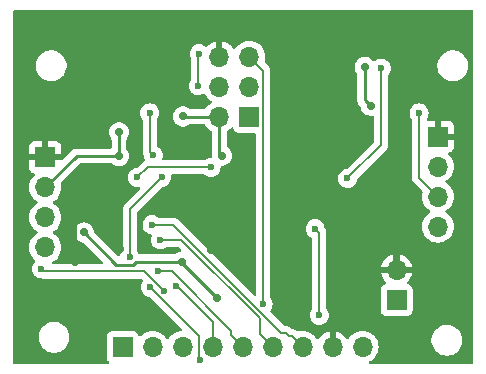
<source format=gbl>
%TF.GenerationSoftware,KiCad,Pcbnew,8.0.8*%
%TF.CreationDate,2025-03-21T07:08:08+05:30*%
%TF.ProjectId,project2_MCU_datalogger,70726f6a-6563-4743-925f-4d43555f6461,1.0*%
%TF.SameCoordinates,Original*%
%TF.FileFunction,Copper,L2,Bot*%
%TF.FilePolarity,Positive*%
%FSLAX46Y46*%
G04 Gerber Fmt 4.6, Leading zero omitted, Abs format (unit mm)*
G04 Created by KiCad (PCBNEW 8.0.8) date 2025-03-21 07:08:08*
%MOMM*%
%LPD*%
G01*
G04 APERTURE LIST*
%TA.AperFunction,ComponentPad*%
%ADD10R,1.700000X1.700000*%
%TD*%
%TA.AperFunction,ComponentPad*%
%ADD11O,1.700000X1.700000*%
%TD*%
%TA.AperFunction,ViaPad*%
%ADD12C,0.700000*%
%TD*%
%TA.AperFunction,ViaPad*%
%ADD13C,0.600000*%
%TD*%
%TA.AperFunction,Conductor*%
%ADD14C,0.250000*%
%TD*%
%TA.AperFunction,Conductor*%
%ADD15C,0.200000*%
%TD*%
G04 APERTURE END LIST*
D10*
%TO.P,J3,1,Pin_1*%
%TO.N,/D2*%
X34300000Y-46000000D03*
D11*
%TO.P,J3,2,Pin_2*%
%TO.N,/D3*%
X36840000Y-46000000D03*
%TO.P,J3,3,Pin_3*%
%TO.N,/D4*%
X39380000Y-46000000D03*
%TO.P,J3,4,Pin_4*%
%TO.N,/D5*%
X41920000Y-46000000D03*
%TO.P,J3,5,Pin_5*%
%TO.N,/D6*%
X44460000Y-46000000D03*
%TO.P,J3,6,Pin_6*%
%TO.N,/D7*%
X47000000Y-46000000D03*
%TO.P,J3,7,Pin_7*%
%TO.N,/D8*%
X49540000Y-46000000D03*
%TO.P,J3,8,Pin_8*%
%TO.N,GND*%
X52080000Y-46000000D03*
%TO.P,J3,9,Pin_9*%
%TO.N,/VCC*%
X54620000Y-46000000D03*
%TD*%
D10*
%TO.P,J4,1,Pin_1*%
%TO.N,/MISO*%
X45025000Y-26525000D03*
D11*
%TO.P,J4,2,Pin_2*%
%TO.N,/VCC*%
X42485000Y-26525000D03*
%TO.P,J4,3,Pin_3*%
%TO.N,/SCK*%
X45025000Y-23985000D03*
%TO.P,J4,4,Pin_4*%
%TO.N,/MOSI*%
X42485000Y-23985000D03*
%TO.P,J4,5,Pin_5*%
%TO.N,/RESET*%
X45025000Y-21445000D03*
%TO.P,J4,6,Pin_6*%
%TO.N,GND*%
X42485000Y-21445000D03*
%TD*%
D10*
%TO.P,BT1,1,+*%
%TO.N,/VCC*%
X57500000Y-42025000D03*
D11*
%TO.P,BT1,2,-*%
%TO.N,GND*%
X57500000Y-39485000D03*
%TD*%
D10*
%TO.P,J1,1,Pin_1*%
%TO.N,GND*%
X61000000Y-28200000D03*
D11*
%TO.P,J1,2,Pin_2*%
%TO.N,/VCC*%
X61000000Y-30740000D03*
%TO.P,J1,3,Pin_3*%
%TO.N,/SDA*%
X61000000Y-33280000D03*
%TO.P,J1,4,Pin_4*%
%TO.N,/SCK*%
X61000000Y-35820000D03*
%TD*%
D10*
%TO.P,J2,1,Pin_1*%
%TO.N,GND*%
X27750000Y-29960000D03*
D11*
%TO.P,J2,2,Pin_2*%
%TO.N,/VCC*%
X27750000Y-32500000D03*
%TO.P,J2,3,Pin_3*%
%TO.N,/RX*%
X27750000Y-35040000D03*
%TO.P,J2,4,Pin_4*%
%TO.N,/TX*%
X27750000Y-37580000D03*
%TD*%
D12*
%TO.N,GND*%
X30300000Y-38800000D03*
X34083328Y-37716672D03*
X30300000Y-32200000D03*
X58166000Y-29464000D03*
X41800000Y-34500000D03*
X41745468Y-37770419D03*
X30500000Y-24400000D03*
%TO.N,/VCC*%
X55300000Y-25600000D03*
X34000000Y-29840000D03*
X54800000Y-22300000D03*
X42300000Y-41895437D03*
X31025000Y-36322000D03*
X42719975Y-29819975D03*
X33985200Y-27845000D03*
X39400000Y-26500000D03*
X39308000Y-38800000D03*
D13*
%TO.N,/SCK*%
X36900000Y-29790000D03*
X36600000Y-26200000D03*
%TO.N,Net-(D2-K)*%
X50600000Y-36000000D03*
X50952298Y-43339798D03*
%TO.N,/SDA*%
X34900000Y-38400000D03*
X40700000Y-23900000D03*
X37600000Y-31655000D03*
X40800000Y-21190000D03*
X59400000Y-26200000D03*
%TO.N,/TX*%
X37800000Y-41270000D03*
X27400000Y-39400000D03*
%TO.N,/D8*%
X36795000Y-35661600D03*
%TO.N,/D6*%
X37338000Y-39624000D03*
%TO.N,/D5*%
X38862000Y-40894000D03*
%TO.N,/D7*%
X37500000Y-36922000D03*
%TO.N,/MISO*%
X41800000Y-30800000D03*
X35556317Y-31656317D03*
%TO.N,/RESET*%
X46200000Y-42400000D03*
X36640735Y-40959265D03*
X40894000Y-47150000D03*
%TO.N,Net-(U3-SQW{slash}~INT)*%
X53340000Y-31750000D03*
X56200000Y-22400000D03*
%TD*%
D14*
%TO.N,GND*%
X30500000Y-24400000D02*
X30516000Y-24384000D01*
X57250000Y-32104000D02*
X57250000Y-39235000D01*
X57250000Y-39235000D02*
X57500000Y-39485000D01*
X58166000Y-31188000D02*
X57250000Y-32104000D01*
X41745468Y-37770419D02*
X41800000Y-37715887D01*
X58166000Y-29464000D02*
X58166000Y-31188000D01*
X30300000Y-38800000D02*
X30300000Y-32200000D01*
X41800000Y-37715887D02*
X41800000Y-34500000D01*
%TO.N,/VCC*%
X42485000Y-29585000D02*
X42485000Y-26525000D01*
X42300000Y-41895437D02*
X39308000Y-38903437D01*
X39400000Y-26500000D02*
X39425000Y-26525000D01*
X35454595Y-38800000D02*
X35179595Y-39075000D01*
X54800000Y-22300000D02*
X54800000Y-25100000D01*
X42719975Y-29819975D02*
X42485000Y-29585000D01*
X33778000Y-39075000D02*
X31025000Y-36322000D01*
X39308000Y-38800000D02*
X35454595Y-38800000D01*
X39308000Y-38903437D02*
X39308000Y-38800000D01*
X35179595Y-39075000D02*
X33778000Y-39075000D01*
X54800000Y-25100000D02*
X55300000Y-25600000D01*
X39425000Y-26525000D02*
X42485000Y-26525000D01*
X30410000Y-29840000D02*
X34000000Y-29840000D01*
X34000000Y-27859800D02*
X33985200Y-27845000D01*
X34000000Y-29840000D02*
X34000000Y-27859800D01*
X27750000Y-32500000D02*
X30410000Y-29840000D01*
D15*
%TO.N,/SCK*%
X36600000Y-26200000D02*
X36600000Y-29490000D01*
X36600000Y-29490000D02*
X36900000Y-29790000D01*
%TO.N,Net-(D2-K)*%
X50952298Y-36352298D02*
X50600000Y-36000000D01*
X50952298Y-43339798D02*
X50952298Y-36352298D01*
%TO.N,/SDA*%
X59400000Y-31680000D02*
X61000000Y-33280000D01*
X34900000Y-38400000D02*
X34900000Y-34355000D01*
X40800000Y-21190000D02*
X40700000Y-21290000D01*
X34900000Y-34355000D02*
X37600000Y-31655000D01*
X40700000Y-21290000D02*
X40700000Y-23900000D01*
X59400000Y-26200000D02*
X59400000Y-31680000D01*
%TO.N,/TX*%
X36154000Y-39624000D02*
X37800000Y-41270000D01*
X27400000Y-39400000D02*
X27624000Y-39624000D01*
X27624000Y-39624000D02*
X36154000Y-39624000D01*
%TO.N,/D8*%
X47750800Y-44855200D02*
X48155200Y-44855200D01*
X48155200Y-44855200D02*
X48400000Y-45100000D01*
X38557200Y-35661600D02*
X47750800Y-44855200D01*
X48640000Y-45100000D02*
X49540000Y-46000000D01*
X36795000Y-35661600D02*
X38557200Y-35661600D01*
X48400000Y-45100000D02*
X48640000Y-45100000D01*
%TO.N,/D6*%
X43500000Y-45040000D02*
X44460000Y-46000000D01*
X43500000Y-44621471D02*
X43500000Y-45040000D01*
X37338000Y-39624000D02*
X38440529Y-39624000D01*
X38440529Y-39624000D02*
X43500000Y-44683471D01*
X43500000Y-44683471D02*
X43500000Y-44621471D01*
X37338000Y-39624000D02*
X38502529Y-39624000D01*
%TO.N,/D5*%
X38862000Y-40894000D02*
X38924000Y-40894000D01*
X38924000Y-40894000D02*
X41920000Y-43890000D01*
X41920000Y-43890000D02*
X41920000Y-46000000D01*
%TO.N,/D7*%
X45900000Y-44900000D02*
X47000000Y-46000000D01*
X39251914Y-36922000D02*
X45900000Y-43570086D01*
X37500000Y-36922000D02*
X39251914Y-36922000D01*
X45900000Y-43570086D02*
X45900000Y-44900000D01*
%TO.N,/MISO*%
X41800000Y-30800000D02*
X36412634Y-30800000D01*
X36412634Y-30800000D02*
X35556317Y-31656317D01*
%TO.N,/RESET*%
X46200000Y-42400000D02*
X46200000Y-22620000D01*
X46200000Y-22620000D02*
X45025000Y-21445000D01*
X40894000Y-47150000D02*
X40770000Y-47026000D01*
X40770000Y-47026000D02*
X40770000Y-45088530D01*
X40770000Y-45088530D02*
X36576000Y-40894530D01*
%TO.N,Net-(U3-SQW{slash}~INT)*%
X56200000Y-28890000D02*
X53340000Y-31750000D01*
X56200000Y-22400000D02*
X56200000Y-28890000D01*
%TD*%
%TA.AperFunction,Conductor*%
%TO.N,GND*%
G36*
X63943039Y-17519685D02*
G01*
X63988794Y-17572489D01*
X64000000Y-17624000D01*
X64000000Y-47325500D01*
X63980315Y-47392539D01*
X63927511Y-47438294D01*
X63876000Y-47449500D01*
X55266421Y-47449500D01*
X55199382Y-47429815D01*
X55153627Y-47377011D01*
X55143683Y-47307853D01*
X55172708Y-47244297D01*
X55214016Y-47213118D01*
X55297830Y-47174035D01*
X55491401Y-47038495D01*
X55658495Y-46871401D01*
X55794035Y-46677830D01*
X55893903Y-46463663D01*
X55955063Y-46235408D01*
X55975659Y-46000000D01*
X55955063Y-45764592D01*
X55893903Y-45536337D01*
X55805915Y-45347648D01*
X60449500Y-45347648D01*
X60449500Y-45552351D01*
X60481522Y-45754534D01*
X60544781Y-45949223D01*
X60637715Y-46131613D01*
X60758028Y-46297213D01*
X60902786Y-46441971D01*
X61057749Y-46554556D01*
X61068390Y-46562287D01*
X61184607Y-46621503D01*
X61250776Y-46655218D01*
X61250778Y-46655218D01*
X61250781Y-46655220D01*
X61320380Y-46677834D01*
X61445465Y-46718477D01*
X61546557Y-46734488D01*
X61647648Y-46750500D01*
X61647649Y-46750500D01*
X61852351Y-46750500D01*
X61852352Y-46750500D01*
X62054534Y-46718477D01*
X62249219Y-46655220D01*
X62431610Y-46562287D01*
X62524590Y-46494732D01*
X62597213Y-46441971D01*
X62597215Y-46441968D01*
X62597219Y-46441966D01*
X62741966Y-46297219D01*
X62741968Y-46297215D01*
X62741971Y-46297213D01*
X62817690Y-46192993D01*
X62862287Y-46131610D01*
X62955220Y-45949219D01*
X63018477Y-45754534D01*
X63050500Y-45552352D01*
X63050500Y-45347648D01*
X63018477Y-45145466D01*
X63007580Y-45111930D01*
X62983910Y-45039081D01*
X62955220Y-44950781D01*
X62955218Y-44950778D01*
X62955218Y-44950776D01*
X62921503Y-44884607D01*
X62862287Y-44768390D01*
X62854556Y-44757749D01*
X62741971Y-44602786D01*
X62597213Y-44458028D01*
X62431613Y-44337715D01*
X62431612Y-44337714D01*
X62431610Y-44337713D01*
X62349002Y-44295622D01*
X62249223Y-44244781D01*
X62054534Y-44181522D01*
X61879995Y-44153878D01*
X61852352Y-44149500D01*
X61647648Y-44149500D01*
X61623329Y-44153351D01*
X61445465Y-44181522D01*
X61250776Y-44244781D01*
X61068386Y-44337715D01*
X60902786Y-44458028D01*
X60758028Y-44602786D01*
X60637715Y-44768386D01*
X60544781Y-44950776D01*
X60481522Y-45145465D01*
X60449500Y-45347648D01*
X55805915Y-45347648D01*
X55794035Y-45322171D01*
X55788731Y-45314595D01*
X55658494Y-45128597D01*
X55491402Y-44961506D01*
X55491395Y-44961501D01*
X55490592Y-44960939D01*
X55414518Y-44907671D01*
X55297834Y-44825967D01*
X55297830Y-44825965D01*
X55242965Y-44800381D01*
X55083663Y-44726097D01*
X55083659Y-44726096D01*
X55083655Y-44726094D01*
X54855413Y-44664938D01*
X54855403Y-44664936D01*
X54620001Y-44644341D01*
X54619999Y-44644341D01*
X54384596Y-44664936D01*
X54384586Y-44664938D01*
X54156344Y-44726094D01*
X54156335Y-44726098D01*
X53942171Y-44825964D01*
X53942169Y-44825965D01*
X53748597Y-44961505D01*
X53581508Y-45128594D01*
X53451269Y-45314595D01*
X53396692Y-45358219D01*
X53327193Y-45365412D01*
X53264839Y-45333890D01*
X53248119Y-45314594D01*
X53118113Y-45128926D01*
X53118108Y-45128920D01*
X52951082Y-44961894D01*
X52757578Y-44826399D01*
X52543492Y-44726570D01*
X52543486Y-44726567D01*
X52330000Y-44669364D01*
X52330000Y-45566988D01*
X52272993Y-45534075D01*
X52145826Y-45500000D01*
X52014174Y-45500000D01*
X51887007Y-45534075D01*
X51830000Y-45566988D01*
X51830000Y-44669364D01*
X51829999Y-44669364D01*
X51616513Y-44726567D01*
X51616507Y-44726570D01*
X51402422Y-44826399D01*
X51402420Y-44826400D01*
X51208926Y-44961886D01*
X51208920Y-44961891D01*
X51041891Y-45128920D01*
X51041890Y-45128922D01*
X50911880Y-45314595D01*
X50857303Y-45358219D01*
X50787804Y-45365412D01*
X50725450Y-45333890D01*
X50708730Y-45314594D01*
X50578494Y-45128597D01*
X50411402Y-44961506D01*
X50411395Y-44961501D01*
X50410592Y-44960939D01*
X50334518Y-44907671D01*
X50217834Y-44825967D01*
X50217830Y-44825965D01*
X50162965Y-44800381D01*
X50003663Y-44726097D01*
X50003659Y-44726096D01*
X50003655Y-44726094D01*
X49775413Y-44664938D01*
X49775403Y-44664936D01*
X49540001Y-44644341D01*
X49539999Y-44644341D01*
X49304596Y-44664936D01*
X49304586Y-44664938D01*
X49176243Y-44699327D01*
X49106393Y-44697664D01*
X49056469Y-44667233D01*
X49008717Y-44619481D01*
X49008712Y-44619477D01*
X48875233Y-44542414D01*
X48871785Y-44540423D01*
X48871784Y-44540422D01*
X48871783Y-44540422D01*
X48815881Y-44525443D01*
X48719057Y-44499499D01*
X48719054Y-44499499D01*
X48700097Y-44499499D01*
X48633058Y-44479814D01*
X48612416Y-44463180D01*
X48523917Y-44374681D01*
X48523916Y-44374680D01*
X48420122Y-44314755D01*
X48420121Y-44314754D01*
X48386983Y-44295622D01*
X48331081Y-44280643D01*
X48234257Y-44254699D01*
X48076143Y-44254699D01*
X48068547Y-44254699D01*
X48068531Y-44254700D01*
X48050897Y-44254700D01*
X47983858Y-44235015D01*
X47963216Y-44218381D01*
X46826137Y-43081302D01*
X46792652Y-43019979D01*
X46797636Y-42950287D01*
X46826145Y-42905932D01*
X46829816Y-42902262D01*
X46925789Y-42749522D01*
X46985368Y-42579255D01*
X46990809Y-42530963D01*
X47005565Y-42400003D01*
X47005565Y-42399996D01*
X46985369Y-42220750D01*
X46985368Y-42220745D01*
X46925788Y-42050476D01*
X46892645Y-41997730D01*
X46829816Y-41897738D01*
X46829814Y-41897736D01*
X46829813Y-41897734D01*
X46827550Y-41894896D01*
X46826659Y-41892715D01*
X46826111Y-41891842D01*
X46826264Y-41891745D01*
X46801144Y-41830209D01*
X46800500Y-41817587D01*
X46800500Y-35999996D01*
X49794435Y-35999996D01*
X49794435Y-36000003D01*
X49814630Y-36179249D01*
X49814631Y-36179254D01*
X49874211Y-36349523D01*
X49931907Y-36441345D01*
X49970184Y-36502262D01*
X50097738Y-36629816D01*
X50154504Y-36665484D01*
X50250477Y-36725789D01*
X50268751Y-36732183D01*
X50325528Y-36772904D01*
X50351276Y-36837856D01*
X50351798Y-36849225D01*
X50351798Y-42757385D01*
X50332113Y-42824424D01*
X50324748Y-42834694D01*
X50322484Y-42837532D01*
X50226509Y-42990274D01*
X50166929Y-43160543D01*
X50166928Y-43160548D01*
X50146733Y-43339794D01*
X50146733Y-43339801D01*
X50166928Y-43519047D01*
X50166929Y-43519052D01*
X50226509Y-43689321D01*
X50285059Y-43782502D01*
X50322482Y-43842060D01*
X50450036Y-43969614D01*
X50490089Y-43994781D01*
X50596898Y-44061894D01*
X50602776Y-44065587D01*
X50773043Y-44125166D01*
X50773048Y-44125167D01*
X50952294Y-44145363D01*
X50952298Y-44145363D01*
X50952302Y-44145363D01*
X51131547Y-44125167D01*
X51131550Y-44125166D01*
X51131553Y-44125166D01*
X51301820Y-44065587D01*
X51454560Y-43969614D01*
X51582114Y-43842060D01*
X51678087Y-43689320D01*
X51737666Y-43519053D01*
X51737667Y-43519047D01*
X51757863Y-43339801D01*
X51757863Y-43339794D01*
X51737667Y-43160548D01*
X51737666Y-43160543D01*
X51709938Y-43081302D01*
X51678087Y-42990276D01*
X51673190Y-42982483D01*
X51622784Y-42902262D01*
X51582114Y-42837536D01*
X51582112Y-42837534D01*
X51582111Y-42837532D01*
X51579848Y-42834694D01*
X51578957Y-42832513D01*
X51578409Y-42831640D01*
X51578562Y-42831543D01*
X51553442Y-42770007D01*
X51552798Y-42757385D01*
X51552798Y-41127135D01*
X56149500Y-41127135D01*
X56149500Y-42922870D01*
X56149501Y-42922876D01*
X56155908Y-42982483D01*
X56206202Y-43117328D01*
X56206206Y-43117335D01*
X56292452Y-43232544D01*
X56292455Y-43232547D01*
X56407664Y-43318793D01*
X56407671Y-43318797D01*
X56542517Y-43369091D01*
X56542516Y-43369091D01*
X56549444Y-43369835D01*
X56602127Y-43375500D01*
X58397872Y-43375499D01*
X58457483Y-43369091D01*
X58592331Y-43318796D01*
X58707546Y-43232546D01*
X58793796Y-43117331D01*
X58844091Y-42982483D01*
X58850500Y-42922873D01*
X58850499Y-41127128D01*
X58844091Y-41067517D01*
X58835669Y-41044937D01*
X58793797Y-40932671D01*
X58793793Y-40932664D01*
X58707547Y-40817455D01*
X58707544Y-40817452D01*
X58592335Y-40731206D01*
X58592328Y-40731202D01*
X58460401Y-40681997D01*
X58404467Y-40640126D01*
X58380050Y-40574662D01*
X58394902Y-40506389D01*
X58416053Y-40478133D01*
X58538108Y-40356078D01*
X58673600Y-40162578D01*
X58773429Y-39948492D01*
X58773432Y-39948486D01*
X58830636Y-39735000D01*
X57933012Y-39735000D01*
X57965925Y-39677993D01*
X58000000Y-39550826D01*
X58000000Y-39419174D01*
X57965925Y-39292007D01*
X57933012Y-39235000D01*
X58830636Y-39235000D01*
X58830635Y-39234999D01*
X58773432Y-39021513D01*
X58773429Y-39021507D01*
X58673600Y-38807422D01*
X58673599Y-38807420D01*
X58538113Y-38613926D01*
X58538108Y-38613920D01*
X58371082Y-38446894D01*
X58177578Y-38311399D01*
X57963492Y-38211570D01*
X57963486Y-38211567D01*
X57750000Y-38154364D01*
X57750000Y-39051988D01*
X57692993Y-39019075D01*
X57565826Y-38985000D01*
X57434174Y-38985000D01*
X57307007Y-39019075D01*
X57250000Y-39051988D01*
X57250000Y-38154364D01*
X57249999Y-38154364D01*
X57036513Y-38211567D01*
X57036507Y-38211570D01*
X56822422Y-38311399D01*
X56822420Y-38311400D01*
X56628926Y-38446886D01*
X56628920Y-38446891D01*
X56461891Y-38613920D01*
X56461886Y-38613926D01*
X56326400Y-38807420D01*
X56326399Y-38807422D01*
X56226570Y-39021507D01*
X56226567Y-39021513D01*
X56169364Y-39234999D01*
X56169364Y-39235000D01*
X57066988Y-39235000D01*
X57034075Y-39292007D01*
X57000000Y-39419174D01*
X57000000Y-39550826D01*
X57034075Y-39677993D01*
X57066988Y-39735000D01*
X56169364Y-39735000D01*
X56226567Y-39948486D01*
X56226570Y-39948492D01*
X56326399Y-40162578D01*
X56461894Y-40356082D01*
X56583946Y-40478134D01*
X56617431Y-40539457D01*
X56612447Y-40609149D01*
X56570575Y-40665082D01*
X56539598Y-40681997D01*
X56407671Y-40731202D01*
X56407664Y-40731206D01*
X56292455Y-40817452D01*
X56292452Y-40817455D01*
X56206206Y-40932664D01*
X56206202Y-40932671D01*
X56155908Y-41067517D01*
X56149501Y-41127116D01*
X56149501Y-41127123D01*
X56149500Y-41127135D01*
X51552798Y-41127135D01*
X51552798Y-36441358D01*
X51552799Y-36441345D01*
X51552799Y-36273242D01*
X51550055Y-36263002D01*
X51511875Y-36120514D01*
X51487616Y-36078495D01*
X51432822Y-35983588D01*
X51432816Y-35983580D01*
X51430700Y-35981464D01*
X51429485Y-35979239D01*
X51427872Y-35977137D01*
X51428199Y-35976885D01*
X51397215Y-35920141D01*
X51395163Y-35907684D01*
X51385368Y-35820745D01*
X51325789Y-35650478D01*
X51229816Y-35497738D01*
X51102262Y-35370184D01*
X51080225Y-35356337D01*
X50949523Y-35274211D01*
X50779254Y-35214631D01*
X50779249Y-35214630D01*
X50600004Y-35194435D01*
X50599996Y-35194435D01*
X50420750Y-35214630D01*
X50420745Y-35214631D01*
X50250476Y-35274211D01*
X50097737Y-35370184D01*
X49970184Y-35497737D01*
X49874211Y-35650476D01*
X49814631Y-35820745D01*
X49814630Y-35820750D01*
X49794435Y-35999996D01*
X46800500Y-35999996D01*
X46800500Y-31749996D01*
X52534435Y-31749996D01*
X52534435Y-31750003D01*
X52554630Y-31929249D01*
X52554631Y-31929254D01*
X52614211Y-32099523D01*
X52656978Y-32167585D01*
X52710184Y-32252262D01*
X52837738Y-32379816D01*
X52839287Y-32380789D01*
X52972352Y-32464400D01*
X52990478Y-32475789D01*
X53093246Y-32511749D01*
X53160745Y-32535368D01*
X53160750Y-32535369D01*
X53339996Y-32555565D01*
X53340000Y-32555565D01*
X53340004Y-32555565D01*
X53519249Y-32535369D01*
X53519252Y-32535368D01*
X53519255Y-32535368D01*
X53689522Y-32475789D01*
X53842262Y-32379816D01*
X53969816Y-32252262D01*
X54065789Y-32099522D01*
X54125368Y-31929255D01*
X54135161Y-31842329D01*
X54162226Y-31777918D01*
X54170690Y-31768543D01*
X56680520Y-29258716D01*
X56759577Y-29121785D01*
X56800501Y-28969057D01*
X56800501Y-28810942D01*
X56800501Y-28803347D01*
X56800500Y-28803329D01*
X56800500Y-26199996D01*
X58594435Y-26199996D01*
X58594435Y-26200003D01*
X58614630Y-26379249D01*
X58614631Y-26379254D01*
X58674211Y-26549523D01*
X58734515Y-26645496D01*
X58754815Y-26677803D01*
X58770185Y-26702263D01*
X58772445Y-26705097D01*
X58773334Y-26707275D01*
X58773889Y-26708158D01*
X58773734Y-26708255D01*
X58798855Y-26769783D01*
X58799500Y-26782412D01*
X58799500Y-31593330D01*
X58799499Y-31593348D01*
X58799499Y-31759054D01*
X58799498Y-31759054D01*
X58840423Y-31911785D01*
X58859562Y-31944933D01*
X58859563Y-31944937D01*
X58919475Y-32048709D01*
X58919481Y-32048717D01*
X59038349Y-32167585D01*
X59038355Y-32167590D01*
X59667233Y-32796468D01*
X59700718Y-32857791D01*
X59699327Y-32916241D01*
X59664939Y-33044583D01*
X59664936Y-33044596D01*
X59644341Y-33279999D01*
X59644341Y-33280000D01*
X59664936Y-33515403D01*
X59664938Y-33515413D01*
X59726094Y-33743655D01*
X59726096Y-33743659D01*
X59726097Y-33743663D01*
X59760294Y-33816998D01*
X59825965Y-33957830D01*
X59825967Y-33957834D01*
X59961501Y-34151395D01*
X59961506Y-34151402D01*
X60128597Y-34318493D01*
X60128603Y-34318498D01*
X60314158Y-34448425D01*
X60357783Y-34503002D01*
X60364977Y-34572500D01*
X60333454Y-34634855D01*
X60314158Y-34651575D01*
X60128597Y-34781505D01*
X59961505Y-34948597D01*
X59825965Y-35142169D01*
X59825964Y-35142171D01*
X59726098Y-35356335D01*
X59726094Y-35356344D01*
X59664938Y-35584586D01*
X59664936Y-35584596D01*
X59644341Y-35819999D01*
X59644341Y-35820000D01*
X59664936Y-36055403D01*
X59664938Y-36055413D01*
X59726094Y-36283655D01*
X59726096Y-36283659D01*
X59726097Y-36283663D01*
X59777947Y-36394855D01*
X59825965Y-36497830D01*
X59825967Y-36497834D01*
X59856547Y-36541506D01*
X59961505Y-36691401D01*
X60128599Y-36858495D01*
X60190972Y-36902169D01*
X60322165Y-36994032D01*
X60322167Y-36994033D01*
X60322170Y-36994035D01*
X60536337Y-37093903D01*
X60536343Y-37093904D01*
X60536344Y-37093905D01*
X60563775Y-37101255D01*
X60764592Y-37155063D01*
X60952918Y-37171539D01*
X60999999Y-37175659D01*
X61000000Y-37175659D01*
X61000001Y-37175659D01*
X61039234Y-37172226D01*
X61235408Y-37155063D01*
X61463663Y-37093903D01*
X61677830Y-36994035D01*
X61871401Y-36858495D01*
X62038495Y-36691401D01*
X62174035Y-36497830D01*
X62273903Y-36283663D01*
X62335063Y-36055408D01*
X62355659Y-35820000D01*
X62335063Y-35584592D01*
X62273903Y-35356337D01*
X62174035Y-35142171D01*
X62160134Y-35122317D01*
X62038494Y-34948597D01*
X61871402Y-34781506D01*
X61871396Y-34781501D01*
X61685842Y-34651575D01*
X61642217Y-34596998D01*
X61635023Y-34527500D01*
X61666546Y-34465145D01*
X61685842Y-34448425D01*
X61809028Y-34362169D01*
X61871401Y-34318495D01*
X62038495Y-34151401D01*
X62174035Y-33957830D01*
X62273903Y-33743663D01*
X62335063Y-33515408D01*
X62355659Y-33280000D01*
X62335063Y-33044592D01*
X62273903Y-32816337D01*
X62174035Y-32602171D01*
X62141402Y-32555565D01*
X62038494Y-32408597D01*
X61871402Y-32241506D01*
X61871396Y-32241501D01*
X61685842Y-32111575D01*
X61642217Y-32056998D01*
X61635023Y-31987500D01*
X61666546Y-31925145D01*
X61685842Y-31908425D01*
X61780231Y-31842333D01*
X61871401Y-31778495D01*
X62038495Y-31611401D01*
X62174035Y-31417830D01*
X62273903Y-31203663D01*
X62335063Y-30975408D01*
X62355659Y-30740000D01*
X62335063Y-30504592D01*
X62285462Y-30319477D01*
X62273905Y-30276344D01*
X62273904Y-30276343D01*
X62273903Y-30276337D01*
X62174035Y-30062171D01*
X62154691Y-30034545D01*
X62038496Y-29868600D01*
X61989871Y-29819975D01*
X61916179Y-29746283D01*
X61882696Y-29684963D01*
X61887680Y-29615271D01*
X61929551Y-29559337D01*
X61960529Y-29542422D01*
X62092086Y-29493354D01*
X62092093Y-29493350D01*
X62207187Y-29407190D01*
X62207190Y-29407187D01*
X62293350Y-29292093D01*
X62293354Y-29292086D01*
X62343596Y-29157379D01*
X62343598Y-29157372D01*
X62349999Y-29097844D01*
X62350000Y-29097827D01*
X62350000Y-28450000D01*
X61433012Y-28450000D01*
X61465925Y-28392993D01*
X61500000Y-28265826D01*
X61500000Y-28134174D01*
X61465925Y-28007007D01*
X61433012Y-27950000D01*
X62350000Y-27950000D01*
X62350000Y-27302172D01*
X62349999Y-27302155D01*
X62343598Y-27242627D01*
X62343596Y-27242620D01*
X62293354Y-27107913D01*
X62293350Y-27107906D01*
X62207190Y-26992812D01*
X62207187Y-26992809D01*
X62092093Y-26906649D01*
X62092086Y-26906645D01*
X61957379Y-26856403D01*
X61957372Y-26856401D01*
X61897844Y-26850000D01*
X61250000Y-26850000D01*
X61250000Y-27766988D01*
X61192993Y-27734075D01*
X61065826Y-27700000D01*
X60934174Y-27700000D01*
X60807007Y-27734075D01*
X60750000Y-27766988D01*
X60750000Y-26850000D01*
X60161347Y-26850000D01*
X60094308Y-26830315D01*
X60048553Y-26777511D01*
X60038609Y-26708353D01*
X60056354Y-26660028D01*
X60125787Y-26549526D01*
X60125788Y-26549523D01*
X60125789Y-26549522D01*
X60185368Y-26379255D01*
X60189722Y-26340612D01*
X60205565Y-26200003D01*
X60205565Y-26199996D01*
X60185369Y-26020750D01*
X60185368Y-26020745D01*
X60159856Y-25947835D01*
X60125789Y-25850478D01*
X60029816Y-25697738D01*
X59902262Y-25570184D01*
X59749523Y-25474211D01*
X59579254Y-25414631D01*
X59579249Y-25414630D01*
X59400004Y-25394435D01*
X59399996Y-25394435D01*
X59220750Y-25414630D01*
X59220745Y-25414631D01*
X59050476Y-25474211D01*
X58897737Y-25570184D01*
X58770184Y-25697737D01*
X58674211Y-25850476D01*
X58614631Y-26020745D01*
X58614630Y-26020750D01*
X58594435Y-26199996D01*
X56800500Y-26199996D01*
X56800500Y-22982412D01*
X56820185Y-22915373D01*
X56827555Y-22905097D01*
X56829810Y-22902267D01*
X56829816Y-22902262D01*
X56925789Y-22749522D01*
X56985368Y-22579255D01*
X56985369Y-22579249D01*
X57005565Y-22400003D01*
X57005565Y-22399996D01*
X56985369Y-22220750D01*
X56985368Y-22220745D01*
X56951106Y-22122830D01*
X56942294Y-22097648D01*
X60949500Y-22097648D01*
X60949500Y-22302351D01*
X60981522Y-22504534D01*
X61044781Y-22699223D01*
X61137715Y-22881613D01*
X61258028Y-23047213D01*
X61402786Y-23191971D01*
X61550319Y-23299158D01*
X61568390Y-23312287D01*
X61642361Y-23349977D01*
X61750776Y-23405218D01*
X61750778Y-23405218D01*
X61750781Y-23405220D01*
X61855137Y-23439127D01*
X61945465Y-23468477D01*
X62046557Y-23484488D01*
X62147648Y-23500500D01*
X62147649Y-23500500D01*
X62352351Y-23500500D01*
X62352352Y-23500500D01*
X62554534Y-23468477D01*
X62749219Y-23405220D01*
X62931610Y-23312287D01*
X63024590Y-23244732D01*
X63097213Y-23191971D01*
X63097215Y-23191968D01*
X63097219Y-23191966D01*
X63241966Y-23047219D01*
X63241968Y-23047215D01*
X63241971Y-23047213D01*
X63315136Y-22946508D01*
X63362287Y-22881610D01*
X63455220Y-22699219D01*
X63518477Y-22504534D01*
X63550500Y-22302352D01*
X63550500Y-22097648D01*
X63518477Y-21895466D01*
X63509295Y-21867208D01*
X63455218Y-21700776D01*
X63421503Y-21634607D01*
X63362287Y-21518390D01*
X63312236Y-21449500D01*
X63241971Y-21352786D01*
X63097213Y-21208028D01*
X62931613Y-21087715D01*
X62931612Y-21087714D01*
X62931610Y-21087713D01*
X62847587Y-21044901D01*
X62749223Y-20994781D01*
X62554534Y-20931522D01*
X62379995Y-20903878D01*
X62352352Y-20899500D01*
X62147648Y-20899500D01*
X62123329Y-20903351D01*
X61945465Y-20931522D01*
X61750776Y-20994781D01*
X61568386Y-21087715D01*
X61402786Y-21208028D01*
X61258028Y-21352786D01*
X61137715Y-21518386D01*
X61044781Y-21700776D01*
X60981522Y-21895465D01*
X60949500Y-22097648D01*
X56942294Y-22097648D01*
X56925789Y-22050478D01*
X56829816Y-21897738D01*
X56702262Y-21770184D01*
X56702260Y-21770183D01*
X56549523Y-21674211D01*
X56379254Y-21614631D01*
X56379249Y-21614630D01*
X56200004Y-21594435D01*
X56199996Y-21594435D01*
X56020750Y-21614630D01*
X56020745Y-21614631D01*
X55850476Y-21674211D01*
X55697739Y-21770183D01*
X55668935Y-21798987D01*
X55607611Y-21832471D01*
X55537920Y-21827485D01*
X55489105Y-21794276D01*
X55372235Y-21664478D01*
X55372232Y-21664476D01*
X55372231Y-21664475D01*
X55372230Y-21664474D01*
X55227593Y-21559388D01*
X55064267Y-21486671D01*
X55064265Y-21486670D01*
X54936594Y-21459533D01*
X54889391Y-21449500D01*
X54710609Y-21449500D01*
X54679954Y-21456015D01*
X54535733Y-21486670D01*
X54535728Y-21486672D01*
X54372408Y-21559387D01*
X54227768Y-21664475D01*
X54108140Y-21797336D01*
X54018750Y-21952164D01*
X54018747Y-21952170D01*
X53963504Y-22122192D01*
X53963503Y-22122194D01*
X53944815Y-22300000D01*
X53963503Y-22477805D01*
X53963504Y-22477807D01*
X54018747Y-22647829D01*
X54018750Y-22647835D01*
X54108141Y-22802665D01*
X54120666Y-22816575D01*
X54142649Y-22840989D01*
X54172879Y-22903980D01*
X54174500Y-22923962D01*
X54174500Y-25161611D01*
X54198535Y-25282444D01*
X54198540Y-25282461D01*
X54245685Y-25396281D01*
X54245687Y-25396285D01*
X54263002Y-25422197D01*
X54263003Y-25422199D01*
X54314141Y-25498732D01*
X54314144Y-25498736D01*
X54405586Y-25590178D01*
X54405608Y-25590198D01*
X54417218Y-25601808D01*
X54450703Y-25663131D01*
X54452857Y-25676524D01*
X54463503Y-25777803D01*
X54463504Y-25777805D01*
X54463504Y-25777807D01*
X54518747Y-25947829D01*
X54518750Y-25947835D01*
X54608141Y-26102665D01*
X54649812Y-26148946D01*
X54727764Y-26235521D01*
X54727767Y-26235523D01*
X54727770Y-26235526D01*
X54872407Y-26340612D01*
X55035733Y-26413329D01*
X55210609Y-26450500D01*
X55210610Y-26450500D01*
X55389389Y-26450500D01*
X55389391Y-26450500D01*
X55449721Y-26437676D01*
X55519385Y-26442991D01*
X55575119Y-26485128D01*
X55599225Y-26550708D01*
X55599500Y-26558966D01*
X55599500Y-28589902D01*
X55579815Y-28656941D01*
X55563181Y-28677583D01*
X53321465Y-30919298D01*
X53260142Y-30952783D01*
X53247668Y-30954837D01*
X53160750Y-30964630D01*
X52990478Y-31024210D01*
X52837737Y-31120184D01*
X52710184Y-31247737D01*
X52614211Y-31400476D01*
X52554631Y-31570745D01*
X52554630Y-31570750D01*
X52534435Y-31749996D01*
X46800500Y-31749996D01*
X46800500Y-22709059D01*
X46800501Y-22709046D01*
X46800501Y-22540945D01*
X46800501Y-22540943D01*
X46759577Y-22388215D01*
X46730639Y-22338095D01*
X46680520Y-22251284D01*
X46568716Y-22139480D01*
X46568715Y-22139479D01*
X46564385Y-22135149D01*
X46564374Y-22135139D01*
X46357766Y-21928531D01*
X46324281Y-21867208D01*
X46325672Y-21808757D01*
X46329552Y-21794276D01*
X46360063Y-21680408D01*
X46380659Y-21445000D01*
X46360063Y-21209592D01*
X46298903Y-20981337D01*
X46199035Y-20767171D01*
X46193731Y-20759595D01*
X46063494Y-20573597D01*
X45896402Y-20406506D01*
X45896395Y-20406501D01*
X45893724Y-20404631D01*
X45857521Y-20379281D01*
X45702834Y-20270967D01*
X45702830Y-20270965D01*
X45702828Y-20270964D01*
X45488663Y-20171097D01*
X45488659Y-20171096D01*
X45488655Y-20171094D01*
X45260413Y-20109938D01*
X45260403Y-20109936D01*
X45025001Y-20089341D01*
X45024999Y-20089341D01*
X44789596Y-20109936D01*
X44789586Y-20109938D01*
X44561344Y-20171094D01*
X44561335Y-20171098D01*
X44347171Y-20270964D01*
X44347169Y-20270965D01*
X44153597Y-20406505D01*
X43986508Y-20573594D01*
X43856269Y-20759595D01*
X43801692Y-20803219D01*
X43732193Y-20810412D01*
X43669839Y-20778890D01*
X43653119Y-20759594D01*
X43523113Y-20573926D01*
X43523108Y-20573920D01*
X43356082Y-20406894D01*
X43162578Y-20271399D01*
X42948492Y-20171570D01*
X42948486Y-20171567D01*
X42735000Y-20114364D01*
X42735000Y-21011988D01*
X42677993Y-20979075D01*
X42550826Y-20945000D01*
X42419174Y-20945000D01*
X42292007Y-20979075D01*
X42235000Y-21011988D01*
X42235000Y-20114364D01*
X42234999Y-20114364D01*
X42021513Y-20171567D01*
X42021507Y-20171570D01*
X41807422Y-20271399D01*
X41807420Y-20271400D01*
X41613926Y-20406886D01*
X41468723Y-20552089D01*
X41407400Y-20585573D01*
X41337708Y-20580589D01*
X41308170Y-20563868D01*
X41308158Y-20563889D01*
X41307717Y-20563612D01*
X41303730Y-20561355D01*
X41302265Y-20560187D01*
X41302262Y-20560184D01*
X41225892Y-20512197D01*
X41149523Y-20464211D01*
X40979254Y-20404631D01*
X40979249Y-20404630D01*
X40800004Y-20384435D01*
X40799996Y-20384435D01*
X40620750Y-20404630D01*
X40620745Y-20404631D01*
X40450476Y-20464211D01*
X40297737Y-20560184D01*
X40170184Y-20687737D01*
X40074211Y-20840476D01*
X40014631Y-21010745D01*
X40014630Y-21010750D01*
X39994435Y-21189996D01*
X39994435Y-21190003D01*
X40014630Y-21369249D01*
X40014631Y-21369254D01*
X40074212Y-21539525D01*
X40080492Y-21549519D01*
X40099500Y-21615493D01*
X40099500Y-23317587D01*
X40079815Y-23384626D01*
X40072450Y-23394896D01*
X40070186Y-23397734D01*
X39974211Y-23550476D01*
X39914631Y-23720745D01*
X39914630Y-23720750D01*
X39894435Y-23899996D01*
X39894435Y-23900003D01*
X39914630Y-24079249D01*
X39914631Y-24079254D01*
X39974211Y-24249523D01*
X40070184Y-24402262D01*
X40197738Y-24529816D01*
X40350478Y-24625789D01*
X40456335Y-24662830D01*
X40520745Y-24685368D01*
X40520750Y-24685369D01*
X40699996Y-24705565D01*
X40700000Y-24705565D01*
X40700004Y-24705565D01*
X40879249Y-24685369D01*
X40879252Y-24685368D01*
X40879255Y-24685368D01*
X41049522Y-24625789D01*
X41119390Y-24581888D01*
X41186626Y-24562888D01*
X41253462Y-24583256D01*
X41297744Y-24634477D01*
X41310965Y-24662830D01*
X41310967Y-24662834D01*
X41340888Y-24705565D01*
X41446501Y-24856396D01*
X41446506Y-24856402D01*
X41613597Y-25023493D01*
X41613603Y-25023498D01*
X41799158Y-25153425D01*
X41842783Y-25208002D01*
X41849977Y-25277500D01*
X41818454Y-25339855D01*
X41799158Y-25356575D01*
X41613597Y-25486505D01*
X41446505Y-25653597D01*
X41311348Y-25846623D01*
X41256771Y-25890248D01*
X41209773Y-25899500D01*
X40058729Y-25899500D01*
X39991690Y-25879815D01*
X39975755Y-25867649D01*
X39972233Y-25864477D01*
X39972230Y-25864474D01*
X39827593Y-25759388D01*
X39664267Y-25686671D01*
X39664265Y-25686670D01*
X39508675Y-25653599D01*
X39489391Y-25649500D01*
X39310609Y-25649500D01*
X39291334Y-25653597D01*
X39135733Y-25686670D01*
X39135728Y-25686672D01*
X38972408Y-25759387D01*
X38827768Y-25864475D01*
X38708140Y-25997336D01*
X38618750Y-26152164D01*
X38618747Y-26152170D01*
X38563504Y-26322192D01*
X38563503Y-26322194D01*
X38544815Y-26500000D01*
X38563503Y-26677805D01*
X38563504Y-26677807D01*
X38618747Y-26847829D01*
X38618750Y-26847835D01*
X38708141Y-27002665D01*
X38734259Y-27031672D01*
X38827764Y-27135521D01*
X38827767Y-27135523D01*
X38827770Y-27135526D01*
X38972407Y-27240612D01*
X39135733Y-27313329D01*
X39310609Y-27350500D01*
X39310610Y-27350500D01*
X39489389Y-27350500D01*
X39489391Y-27350500D01*
X39664267Y-27313329D01*
X39827593Y-27240612D01*
X39919025Y-27174182D01*
X39984831Y-27150702D01*
X39991911Y-27150500D01*
X41209773Y-27150500D01*
X41276812Y-27170185D01*
X41311348Y-27203377D01*
X41414364Y-27350500D01*
X41446505Y-27396401D01*
X41613599Y-27563495D01*
X41806624Y-27698653D01*
X41850248Y-27753228D01*
X41859500Y-27800226D01*
X41859500Y-29523393D01*
X41859500Y-29646607D01*
X41862601Y-29662196D01*
X41862601Y-29662197D01*
X41871214Y-29705499D01*
X41872917Y-29742650D01*
X41864790Y-29819976D01*
X41869288Y-29862779D01*
X41856718Y-29931508D01*
X41808985Y-29982531D01*
X41759851Y-29998958D01*
X41620749Y-30014630D01*
X41620745Y-30014631D01*
X41450476Y-30074211D01*
X41297736Y-30170185D01*
X41294903Y-30172445D01*
X41292724Y-30173334D01*
X41291842Y-30173889D01*
X41291744Y-30173734D01*
X41230217Y-30198855D01*
X41217588Y-30199500D01*
X37779564Y-30199500D01*
X37712525Y-30179815D01*
X37666770Y-30127011D01*
X37656826Y-30057853D01*
X37662522Y-30034545D01*
X37669490Y-30014631D01*
X37685368Y-29969255D01*
X37699122Y-29847187D01*
X37705565Y-29790003D01*
X37705565Y-29789996D01*
X37685369Y-29610750D01*
X37685368Y-29610745D01*
X37667577Y-29559901D01*
X37625789Y-29440478D01*
X37607228Y-29410939D01*
X37571540Y-29354142D01*
X37529816Y-29287738D01*
X37402262Y-29160184D01*
X37402260Y-29160182D01*
X37258527Y-29069868D01*
X37212237Y-29017534D01*
X37200500Y-28964875D01*
X37200500Y-26782412D01*
X37220185Y-26715373D01*
X37227555Y-26705097D01*
X37229810Y-26702267D01*
X37229816Y-26702262D01*
X37325789Y-26549522D01*
X37385368Y-26379255D01*
X37389722Y-26340612D01*
X37405565Y-26200003D01*
X37405565Y-26199996D01*
X37385369Y-26020750D01*
X37385368Y-26020745D01*
X37359856Y-25947835D01*
X37325789Y-25850478D01*
X37229816Y-25697738D01*
X37102262Y-25570184D01*
X36949523Y-25474211D01*
X36779254Y-25414631D01*
X36779249Y-25414630D01*
X36600004Y-25394435D01*
X36599996Y-25394435D01*
X36420750Y-25414630D01*
X36420745Y-25414631D01*
X36250476Y-25474211D01*
X36097737Y-25570184D01*
X35970184Y-25697737D01*
X35874211Y-25850476D01*
X35814631Y-26020745D01*
X35814630Y-26020750D01*
X35794435Y-26199996D01*
X35794435Y-26200003D01*
X35814630Y-26379249D01*
X35814631Y-26379254D01*
X35874211Y-26549523D01*
X35934515Y-26645496D01*
X35954815Y-26677803D01*
X35970185Y-26702263D01*
X35972445Y-26705097D01*
X35973334Y-26707275D01*
X35973889Y-26708158D01*
X35973734Y-26708255D01*
X35998855Y-26769783D01*
X35999500Y-26782412D01*
X35999500Y-29403330D01*
X35999499Y-29403348D01*
X35999499Y-29569054D01*
X35999498Y-29569054D01*
X36034988Y-29701505D01*
X36040423Y-29721785D01*
X36066787Y-29767448D01*
X36066788Y-29767451D01*
X36066789Y-29767451D01*
X36085046Y-29799075D01*
X36100877Y-29847187D01*
X36114630Y-29969249D01*
X36114631Y-29969254D01*
X36114632Y-29969255D01*
X36123443Y-29994435D01*
X36170767Y-30129681D01*
X36174328Y-30199460D01*
X36139599Y-30260087D01*
X36115725Y-30278022D01*
X36043921Y-30319477D01*
X36043916Y-30319481D01*
X35932112Y-30431286D01*
X35537782Y-30825615D01*
X35476459Y-30859100D01*
X35463985Y-30861154D01*
X35377067Y-30870947D01*
X35206795Y-30930527D01*
X35054054Y-31026501D01*
X34926501Y-31154054D01*
X34830528Y-31306793D01*
X34770948Y-31477062D01*
X34770947Y-31477067D01*
X34750752Y-31656313D01*
X34750752Y-31656320D01*
X34770947Y-31835566D01*
X34770948Y-31835571D01*
X34830528Y-32005840D01*
X34893441Y-32105965D01*
X34926501Y-32158579D01*
X35054055Y-32286133D01*
X35206795Y-32382106D01*
X35282502Y-32408597D01*
X35377062Y-32441685D01*
X35377067Y-32441686D01*
X35556313Y-32461882D01*
X35556317Y-32461882D01*
X35556319Y-32461882D01*
X35597322Y-32457261D01*
X35640950Y-32452346D01*
X35709772Y-32464400D01*
X35761151Y-32511749D01*
X35778776Y-32579359D01*
X35757050Y-32645765D01*
X35742515Y-32663247D01*
X34531286Y-33874478D01*
X34419481Y-33986282D01*
X34419479Y-33986285D01*
X34404118Y-34012892D01*
X34388756Y-34039500D01*
X34340423Y-34123215D01*
X34299499Y-34275943D01*
X34299499Y-34275945D01*
X34299499Y-34444046D01*
X34299500Y-34444059D01*
X34299500Y-37817587D01*
X34279815Y-37884626D01*
X34272450Y-37894896D01*
X34270186Y-37897734D01*
X34174211Y-38050476D01*
X34114631Y-38220745D01*
X34114630Y-38220749D01*
X34112444Y-38240157D01*
X34085377Y-38304571D01*
X34027781Y-38344125D01*
X33957944Y-38346262D01*
X33901543Y-38313953D01*
X31907780Y-36320190D01*
X31874295Y-36258867D01*
X31872143Y-36245489D01*
X31861497Y-36144197D01*
X31825530Y-36033503D01*
X31806252Y-35974170D01*
X31806249Y-35974164D01*
X31775059Y-35920141D01*
X31716859Y-35819335D01*
X31670003Y-35767296D01*
X31597235Y-35686478D01*
X31597232Y-35686476D01*
X31597231Y-35686475D01*
X31597230Y-35686474D01*
X31452593Y-35581388D01*
X31289267Y-35508671D01*
X31289265Y-35508670D01*
X31161594Y-35481533D01*
X31114391Y-35471500D01*
X30935609Y-35471500D01*
X30904954Y-35478015D01*
X30760733Y-35508670D01*
X30760728Y-35508672D01*
X30597408Y-35581387D01*
X30452768Y-35686475D01*
X30333140Y-35819336D01*
X30243750Y-35974164D01*
X30243747Y-35974170D01*
X30188504Y-36144192D01*
X30188503Y-36144194D01*
X30169815Y-36322000D01*
X30188503Y-36499805D01*
X30188504Y-36499807D01*
X30243747Y-36669829D01*
X30243750Y-36669835D01*
X30333141Y-36824665D01*
X30374812Y-36870946D01*
X30452764Y-36957521D01*
X30452767Y-36957523D01*
X30452770Y-36957526D01*
X30597407Y-37062612D01*
X30760733Y-37135329D01*
X30935609Y-37172500D01*
X30939548Y-37172500D01*
X30941744Y-37173145D01*
X30942077Y-37173180D01*
X30942070Y-37173240D01*
X31006587Y-37192185D01*
X31027229Y-37208819D01*
X32630229Y-38811819D01*
X32663714Y-38873142D01*
X32658730Y-38942834D01*
X32616858Y-38998767D01*
X32551394Y-39023184D01*
X32542548Y-39023500D01*
X28409288Y-39023500D01*
X28342249Y-39003815D01*
X28296494Y-38951011D01*
X28286550Y-38881853D01*
X28315575Y-38818297D01*
X28356883Y-38787118D01*
X28427830Y-38754035D01*
X28621401Y-38618495D01*
X28788495Y-38451401D01*
X28924035Y-38257830D01*
X29023903Y-38043663D01*
X29085063Y-37815408D01*
X29105659Y-37580000D01*
X29102917Y-37548665D01*
X29085063Y-37344596D01*
X29085063Y-37344592D01*
X29038626Y-37171285D01*
X29023905Y-37116344D01*
X29023904Y-37116343D01*
X29023903Y-37116337D01*
X28924035Y-36902171D01*
X28893452Y-36858493D01*
X28788494Y-36708597D01*
X28621402Y-36541506D01*
X28621396Y-36541501D01*
X28435842Y-36411575D01*
X28392217Y-36356998D01*
X28385023Y-36287500D01*
X28416546Y-36225145D01*
X28435842Y-36208425D01*
X28477502Y-36179254D01*
X28621401Y-36078495D01*
X28788495Y-35911401D01*
X28924035Y-35717830D01*
X29023903Y-35503663D01*
X29085063Y-35275408D01*
X29105659Y-35040000D01*
X29085063Y-34804592D01*
X29023903Y-34576337D01*
X28924035Y-34362171D01*
X28893452Y-34318493D01*
X28788494Y-34168597D01*
X28621402Y-34001506D01*
X28621396Y-34001501D01*
X28435842Y-33871575D01*
X28392217Y-33816998D01*
X28385023Y-33747500D01*
X28416546Y-33685145D01*
X28435842Y-33668425D01*
X28458026Y-33652891D01*
X28621401Y-33538495D01*
X28788495Y-33371401D01*
X28924035Y-33177830D01*
X29023903Y-32963663D01*
X29085063Y-32735408D01*
X29105659Y-32500000D01*
X29085063Y-32264592D01*
X29058143Y-32164125D01*
X29059806Y-32094276D01*
X29090235Y-32044353D01*
X30632771Y-30501819D01*
X30694094Y-30468334D01*
X30720452Y-30465500D01*
X33373679Y-30465500D01*
X33440718Y-30485185D01*
X33446565Y-30489182D01*
X33467781Y-30504596D01*
X33572407Y-30580612D01*
X33735733Y-30653329D01*
X33910609Y-30690500D01*
X33910610Y-30690500D01*
X34089389Y-30690500D01*
X34089391Y-30690500D01*
X34264267Y-30653329D01*
X34427593Y-30580612D01*
X34572230Y-30475526D01*
X34581258Y-30465500D01*
X34616891Y-30425925D01*
X34691859Y-30342665D01*
X34781250Y-30187835D01*
X34836497Y-30017803D01*
X34855185Y-29840000D01*
X34836497Y-29662197D01*
X34781871Y-29494075D01*
X34781252Y-29492170D01*
X34781249Y-29492164D01*
X34769691Y-29472145D01*
X34691859Y-29337335D01*
X34673029Y-29316422D01*
X34657349Y-29299007D01*
X34627120Y-29236015D01*
X34625500Y-29216036D01*
X34625500Y-28452525D01*
X34645185Y-28385486D01*
X34657352Y-28369551D01*
X34677059Y-28347665D01*
X34766450Y-28192835D01*
X34821697Y-28022803D01*
X34840385Y-27845000D01*
X34821697Y-27667197D01*
X34766450Y-27497165D01*
X34677059Y-27342335D01*
X34630203Y-27290296D01*
X34557435Y-27209478D01*
X34557432Y-27209476D01*
X34557431Y-27209475D01*
X34557430Y-27209474D01*
X34412793Y-27104388D01*
X34249467Y-27031671D01*
X34249465Y-27031670D01*
X34112995Y-27002663D01*
X34074591Y-26994500D01*
X33895809Y-26994500D01*
X33865154Y-27001015D01*
X33720933Y-27031670D01*
X33720928Y-27031672D01*
X33557608Y-27104387D01*
X33412968Y-27209475D01*
X33293340Y-27342336D01*
X33203950Y-27497164D01*
X33203947Y-27497170D01*
X33148704Y-27667192D01*
X33148703Y-27667194D01*
X33130015Y-27845000D01*
X33148703Y-28022805D01*
X33148704Y-28022807D01*
X33203947Y-28192829D01*
X33203950Y-28192835D01*
X33293341Y-28347665D01*
X33313048Y-28369551D01*
X33342649Y-28402426D01*
X33372879Y-28465417D01*
X33374500Y-28485399D01*
X33374500Y-29090500D01*
X33354815Y-29157539D01*
X33302011Y-29203294D01*
X33250500Y-29214500D01*
X30348389Y-29214500D01*
X30287971Y-29226518D01*
X30227548Y-29238537D01*
X30227546Y-29238537D01*
X30227545Y-29238538D01*
X30227543Y-29238538D01*
X30198142Y-29250717D01*
X30113718Y-29285685D01*
X30113715Y-29285687D01*
X30093781Y-29299007D01*
X30066390Y-29317309D01*
X30066389Y-29317310D01*
X30011271Y-29354138D01*
X30011269Y-29354139D01*
X29981068Y-29384341D01*
X29924142Y-29441267D01*
X29191728Y-30173681D01*
X29130405Y-30207166D01*
X29104047Y-30210000D01*
X28183012Y-30210000D01*
X28215925Y-30152993D01*
X28250000Y-30025826D01*
X28250000Y-29894174D01*
X28215925Y-29767007D01*
X28183012Y-29710000D01*
X29100000Y-29710000D01*
X29100000Y-29062172D01*
X29099999Y-29062155D01*
X29093598Y-29002627D01*
X29093596Y-29002620D01*
X29043354Y-28867913D01*
X29043350Y-28867906D01*
X28957190Y-28752812D01*
X28957187Y-28752809D01*
X28842093Y-28666649D01*
X28842086Y-28666645D01*
X28707379Y-28616403D01*
X28707372Y-28616401D01*
X28647844Y-28610000D01*
X28000000Y-28610000D01*
X28000000Y-29526988D01*
X27942993Y-29494075D01*
X27815826Y-29460000D01*
X27684174Y-29460000D01*
X27557007Y-29494075D01*
X27500000Y-29526988D01*
X27500000Y-28610000D01*
X26852155Y-28610000D01*
X26792627Y-28616401D01*
X26792620Y-28616403D01*
X26657913Y-28666645D01*
X26657906Y-28666649D01*
X26542812Y-28752809D01*
X26542809Y-28752812D01*
X26456649Y-28867906D01*
X26456645Y-28867913D01*
X26406403Y-29002620D01*
X26406401Y-29002627D01*
X26400000Y-29062155D01*
X26400000Y-29710000D01*
X27316988Y-29710000D01*
X27284075Y-29767007D01*
X27250000Y-29894174D01*
X27250000Y-30025826D01*
X27284075Y-30152993D01*
X27316988Y-30210000D01*
X26400000Y-30210000D01*
X26400000Y-30857844D01*
X26406401Y-30917372D01*
X26406403Y-30917379D01*
X26456645Y-31052086D01*
X26456649Y-31052093D01*
X26542809Y-31167187D01*
X26542812Y-31167190D01*
X26657906Y-31253350D01*
X26657913Y-31253354D01*
X26789470Y-31302421D01*
X26845403Y-31344292D01*
X26869821Y-31409756D01*
X26854970Y-31478029D01*
X26833819Y-31506284D01*
X26711503Y-31628600D01*
X26575965Y-31822169D01*
X26575964Y-31822171D01*
X26476098Y-32036335D01*
X26476094Y-32036344D01*
X26414938Y-32264586D01*
X26414936Y-32264596D01*
X26394341Y-32499999D01*
X26394341Y-32500000D01*
X26414936Y-32735403D01*
X26414938Y-32735413D01*
X26476094Y-32963655D01*
X26476096Y-32963659D01*
X26476097Y-32963663D01*
X26513831Y-33044583D01*
X26575965Y-33177830D01*
X26575967Y-33177834D01*
X26711501Y-33371395D01*
X26711506Y-33371402D01*
X26878597Y-33538493D01*
X26878603Y-33538498D01*
X27064158Y-33668425D01*
X27107783Y-33723002D01*
X27114977Y-33792500D01*
X27083454Y-33854855D01*
X27064158Y-33871575D01*
X26878597Y-34001505D01*
X26711505Y-34168597D01*
X26575965Y-34362169D01*
X26575964Y-34362171D01*
X26476098Y-34576335D01*
X26476094Y-34576344D01*
X26414938Y-34804586D01*
X26414936Y-34804596D01*
X26394341Y-35039999D01*
X26394341Y-35040000D01*
X26414936Y-35275403D01*
X26414938Y-35275413D01*
X26476094Y-35503655D01*
X26476096Y-35503659D01*
X26476097Y-35503663D01*
X26549746Y-35661603D01*
X26575965Y-35717830D01*
X26575967Y-35717834D01*
X26711501Y-35911395D01*
X26711506Y-35911402D01*
X26878597Y-36078493D01*
X26878603Y-36078498D01*
X27064158Y-36208425D01*
X27107783Y-36263002D01*
X27114977Y-36332500D01*
X27083454Y-36394855D01*
X27064158Y-36411575D01*
X26878597Y-36541505D01*
X26711505Y-36708597D01*
X26575965Y-36902169D01*
X26575964Y-36902171D01*
X26476098Y-37116335D01*
X26476094Y-37116344D01*
X26414938Y-37344586D01*
X26414936Y-37344596D01*
X26394341Y-37579999D01*
X26394341Y-37580000D01*
X26414936Y-37815403D01*
X26414938Y-37815413D01*
X26476094Y-38043655D01*
X26476096Y-38043659D01*
X26476097Y-38043663D01*
X26554392Y-38211567D01*
X26575965Y-38257830D01*
X26575967Y-38257834D01*
X26675514Y-38400000D01*
X26711505Y-38451401D01*
X26874024Y-38613920D01*
X26876332Y-38616228D01*
X26909816Y-38677551D01*
X26904832Y-38747243D01*
X26876332Y-38791590D01*
X26770183Y-38897739D01*
X26674211Y-39050476D01*
X26614631Y-39220745D01*
X26614630Y-39220750D01*
X26594435Y-39399996D01*
X26594435Y-39400003D01*
X26614630Y-39579249D01*
X26614631Y-39579254D01*
X26674211Y-39749523D01*
X26700906Y-39792007D01*
X26770184Y-39902262D01*
X26897738Y-40029816D01*
X27050478Y-40125789D01*
X27155615Y-40162578D01*
X27220745Y-40185368D01*
X27220750Y-40185369D01*
X27399997Y-40205565D01*
X27399998Y-40205564D01*
X27400000Y-40205565D01*
X27428971Y-40202300D01*
X27474946Y-40205744D01*
X27544943Y-40224501D01*
X27544945Y-40224501D01*
X27710653Y-40224501D01*
X27710669Y-40224500D01*
X35853903Y-40224500D01*
X35920942Y-40244185D01*
X35941584Y-40260819D01*
X35989943Y-40309178D01*
X36023428Y-40370501D01*
X36018444Y-40440193D01*
X36007256Y-40462831D01*
X35914946Y-40609741D01*
X35855366Y-40780010D01*
X35855365Y-40780015D01*
X35835170Y-40959261D01*
X35835170Y-40959268D01*
X35855365Y-41138514D01*
X35855366Y-41138519D01*
X35914946Y-41308788D01*
X36010919Y-41461527D01*
X36138473Y-41589081D01*
X36291213Y-41685054D01*
X36461480Y-41744633D01*
X36548404Y-41754426D01*
X36612815Y-41781491D01*
X36622200Y-41789965D01*
X39280773Y-44448539D01*
X39314258Y-44509862D01*
X39309274Y-44579554D01*
X39267402Y-44635487D01*
X39203900Y-44659748D01*
X39144596Y-44664936D01*
X39144586Y-44664938D01*
X38916344Y-44726094D01*
X38916335Y-44726098D01*
X38702171Y-44825964D01*
X38702169Y-44825965D01*
X38508597Y-44961505D01*
X38341505Y-45128597D01*
X38211575Y-45314158D01*
X38156998Y-45357783D01*
X38087500Y-45364977D01*
X38025145Y-45333454D01*
X38008425Y-45314158D01*
X37878494Y-45128597D01*
X37711402Y-44961506D01*
X37711395Y-44961501D01*
X37710592Y-44960939D01*
X37634518Y-44907671D01*
X37517834Y-44825967D01*
X37517830Y-44825965D01*
X37462965Y-44800381D01*
X37303663Y-44726097D01*
X37303659Y-44726096D01*
X37303655Y-44726094D01*
X37075413Y-44664938D01*
X37075403Y-44664936D01*
X36840001Y-44644341D01*
X36839999Y-44644341D01*
X36604596Y-44664936D01*
X36604586Y-44664938D01*
X36376344Y-44726094D01*
X36376335Y-44726098D01*
X36162171Y-44825964D01*
X36162169Y-44825965D01*
X35968600Y-44961503D01*
X35846673Y-45083430D01*
X35785350Y-45116914D01*
X35715658Y-45111930D01*
X35659725Y-45070058D01*
X35642810Y-45039081D01*
X35593797Y-44907671D01*
X35593793Y-44907664D01*
X35507547Y-44792455D01*
X35507544Y-44792452D01*
X35392335Y-44706206D01*
X35392328Y-44706202D01*
X35257482Y-44655908D01*
X35257483Y-44655908D01*
X35197883Y-44649501D01*
X35197881Y-44649500D01*
X35197873Y-44649500D01*
X35197864Y-44649500D01*
X33402129Y-44649500D01*
X33402123Y-44649501D01*
X33342516Y-44655908D01*
X33207671Y-44706202D01*
X33207664Y-44706206D01*
X33092455Y-44792452D01*
X33092452Y-44792455D01*
X33006206Y-44907664D01*
X33006202Y-44907671D01*
X32955908Y-45042517D01*
X32949501Y-45102116D01*
X32949500Y-45102135D01*
X32949500Y-46897870D01*
X32949501Y-46897876D01*
X32955908Y-46957483D01*
X33006202Y-47092328D01*
X33006206Y-47092335D01*
X33092452Y-47207544D01*
X33092453Y-47207544D01*
X33092454Y-47207546D01*
X33117418Y-47226234D01*
X33159288Y-47282168D01*
X33164272Y-47351860D01*
X33130786Y-47413182D01*
X33069462Y-47446667D01*
X33043106Y-47449500D01*
X25124500Y-47449500D01*
X25057461Y-47429815D01*
X25011706Y-47377011D01*
X25000500Y-47325500D01*
X25000500Y-45097648D01*
X27199500Y-45097648D01*
X27199500Y-45302351D01*
X27231522Y-45504534D01*
X27294781Y-45699223D01*
X27387715Y-45881613D01*
X27508028Y-46047213D01*
X27652786Y-46191971D01*
X27807749Y-46304556D01*
X27818390Y-46312287D01*
X27934607Y-46371503D01*
X28000776Y-46405218D01*
X28000778Y-46405218D01*
X28000781Y-46405220D01*
X28105137Y-46439127D01*
X28195465Y-46468477D01*
X28296557Y-46484488D01*
X28397648Y-46500500D01*
X28397649Y-46500500D01*
X28602351Y-46500500D01*
X28602352Y-46500500D01*
X28804534Y-46468477D01*
X28999219Y-46405220D01*
X29181610Y-46312287D01*
X29287433Y-46235403D01*
X29347213Y-46191971D01*
X29347215Y-46191968D01*
X29347219Y-46191966D01*
X29491966Y-46047219D01*
X29491968Y-46047215D01*
X29491971Y-46047213D01*
X29544732Y-45974590D01*
X29612287Y-45881610D01*
X29705220Y-45699219D01*
X29768477Y-45504534D01*
X29800500Y-45302352D01*
X29800500Y-45097648D01*
X29778937Y-44961505D01*
X29768477Y-44895465D01*
X29713446Y-44726098D01*
X29705220Y-44700781D01*
X29705218Y-44700778D01*
X29705218Y-44700776D01*
X29671503Y-44634607D01*
X29612287Y-44518390D01*
X29572175Y-44463180D01*
X29491971Y-44352786D01*
X29347213Y-44208028D01*
X29181613Y-44087715D01*
X29181612Y-44087714D01*
X29181610Y-44087713D01*
X29097218Y-44044713D01*
X28999223Y-43994781D01*
X28804534Y-43931522D01*
X28629995Y-43903878D01*
X28602352Y-43899500D01*
X28397648Y-43899500D01*
X28373329Y-43903351D01*
X28195465Y-43931522D01*
X28000776Y-43994781D01*
X27818386Y-44087715D01*
X27652786Y-44208028D01*
X27508028Y-44352786D01*
X27387715Y-44518386D01*
X27294781Y-44700776D01*
X27231522Y-44895465D01*
X27199500Y-45097648D01*
X25000500Y-45097648D01*
X25000500Y-22097648D01*
X26949500Y-22097648D01*
X26949500Y-22302351D01*
X26981522Y-22504534D01*
X27044781Y-22699223D01*
X27137715Y-22881613D01*
X27258028Y-23047213D01*
X27402786Y-23191971D01*
X27550319Y-23299158D01*
X27568390Y-23312287D01*
X27642361Y-23349977D01*
X27750776Y-23405218D01*
X27750778Y-23405218D01*
X27750781Y-23405220D01*
X27855137Y-23439127D01*
X27945465Y-23468477D01*
X28046557Y-23484488D01*
X28147648Y-23500500D01*
X28147649Y-23500500D01*
X28352351Y-23500500D01*
X28352352Y-23500500D01*
X28554534Y-23468477D01*
X28749219Y-23405220D01*
X28931610Y-23312287D01*
X29024590Y-23244732D01*
X29097213Y-23191971D01*
X29097215Y-23191968D01*
X29097219Y-23191966D01*
X29241966Y-23047219D01*
X29241968Y-23047215D01*
X29241971Y-23047213D01*
X29315136Y-22946508D01*
X29362287Y-22881610D01*
X29455220Y-22699219D01*
X29518477Y-22504534D01*
X29550500Y-22302352D01*
X29550500Y-22097648D01*
X29518477Y-21895466D01*
X29509295Y-21867208D01*
X29455218Y-21700776D01*
X29421503Y-21634607D01*
X29362287Y-21518390D01*
X29312236Y-21449500D01*
X29241971Y-21352786D01*
X29097213Y-21208028D01*
X28931613Y-21087715D01*
X28931612Y-21087714D01*
X28931610Y-21087713D01*
X28847587Y-21044901D01*
X28749223Y-20994781D01*
X28554534Y-20931522D01*
X28379995Y-20903878D01*
X28352352Y-20899500D01*
X28147648Y-20899500D01*
X28123329Y-20903351D01*
X27945465Y-20931522D01*
X27750776Y-20994781D01*
X27568386Y-21087715D01*
X27402786Y-21208028D01*
X27258028Y-21352786D01*
X27137715Y-21518386D01*
X27044781Y-21700776D01*
X26981522Y-21895465D01*
X26949500Y-22097648D01*
X25000500Y-22097648D01*
X25000500Y-17624000D01*
X25020185Y-17556961D01*
X25072989Y-17511206D01*
X25124500Y-17500000D01*
X63876000Y-17500000D01*
X63943039Y-17519685D01*
G37*
%TD.AperFunction*%
%TA.AperFunction,Conductor*%
G36*
X43609340Y-27413068D02*
G01*
X43665274Y-27454939D01*
X43682189Y-27485917D01*
X43731202Y-27617328D01*
X43731206Y-27617335D01*
X43817452Y-27732544D01*
X43817455Y-27732547D01*
X43932664Y-27818793D01*
X43932671Y-27818797D01*
X44067517Y-27869091D01*
X44067516Y-27869091D01*
X44074444Y-27869835D01*
X44127127Y-27875500D01*
X45475500Y-27875499D01*
X45542539Y-27895184D01*
X45588294Y-27947987D01*
X45599500Y-27999499D01*
X45599500Y-41555303D01*
X45579815Y-41622342D01*
X45527011Y-41668097D01*
X45457853Y-41678041D01*
X45394297Y-41649016D01*
X45387819Y-41642984D01*
X39044790Y-35299955D01*
X39044788Y-35299952D01*
X38925917Y-35181081D01*
X38925909Y-35181075D01*
X38824136Y-35122317D01*
X38824134Y-35122316D01*
X38788990Y-35102025D01*
X38788989Y-35102024D01*
X38776463Y-35098667D01*
X38636257Y-35061099D01*
X38478143Y-35061099D01*
X38470547Y-35061099D01*
X38470531Y-35061100D01*
X37377412Y-35061100D01*
X37310373Y-35041415D01*
X37300097Y-35034045D01*
X37297263Y-35031785D01*
X37297262Y-35031784D01*
X37240496Y-34996115D01*
X37144523Y-34935811D01*
X36974254Y-34876231D01*
X36974249Y-34876230D01*
X36795004Y-34856035D01*
X36794996Y-34856035D01*
X36615750Y-34876230D01*
X36615745Y-34876231D01*
X36445476Y-34935811D01*
X36292737Y-35031784D01*
X36165184Y-35159337D01*
X36069211Y-35312076D01*
X36009631Y-35482345D01*
X36009630Y-35482350D01*
X35989435Y-35661596D01*
X35989435Y-35661603D01*
X36009630Y-35840849D01*
X36009631Y-35840854D01*
X36069211Y-36011123D01*
X36152825Y-36144193D01*
X36165184Y-36163862D01*
X36292738Y-36291416D01*
X36445478Y-36387389D01*
X36571137Y-36431359D01*
X36615745Y-36446968D01*
X36615750Y-36446969D01*
X36655937Y-36451497D01*
X36720351Y-36478563D01*
X36759906Y-36536158D01*
X36762044Y-36605995D01*
X36759096Y-36615671D01*
X36714632Y-36742742D01*
X36714630Y-36742750D01*
X36694435Y-36921996D01*
X36694435Y-36922003D01*
X36714630Y-37101249D01*
X36714631Y-37101254D01*
X36774211Y-37271523D01*
X36820120Y-37344586D01*
X36870184Y-37424262D01*
X36997738Y-37551816D01*
X37150478Y-37647789D01*
X37320745Y-37707368D01*
X37320750Y-37707369D01*
X37499996Y-37727565D01*
X37500000Y-37727565D01*
X37500004Y-37727565D01*
X37679249Y-37707369D01*
X37679252Y-37707368D01*
X37679255Y-37707368D01*
X37849522Y-37647789D01*
X38002262Y-37551816D01*
X38002267Y-37551810D01*
X38005097Y-37549555D01*
X38007275Y-37548665D01*
X38008158Y-37548111D01*
X38008255Y-37548265D01*
X38069783Y-37523145D01*
X38082412Y-37522500D01*
X38951817Y-37522500D01*
X39018856Y-37542185D01*
X39039498Y-37558819D01*
X39231603Y-37750924D01*
X39265088Y-37812247D01*
X39260104Y-37881939D01*
X39218232Y-37937872D01*
X39169703Y-37959895D01*
X39043733Y-37986670D01*
X39043728Y-37986672D01*
X38880408Y-38059387D01*
X38754566Y-38150818D01*
X38688759Y-38174298D01*
X38681680Y-38174500D01*
X35757169Y-38174500D01*
X35690130Y-38154815D01*
X35644375Y-38102011D01*
X35640127Y-38091454D01*
X35625789Y-38050478D01*
X35621507Y-38043664D01*
X35529813Y-37897734D01*
X35527550Y-37894896D01*
X35526659Y-37892715D01*
X35526111Y-37891842D01*
X35526264Y-37891745D01*
X35501144Y-37830209D01*
X35500500Y-37817587D01*
X35500500Y-34655097D01*
X35520185Y-34588058D01*
X35536819Y-34567416D01*
X36565742Y-33538493D01*
X37618536Y-32485698D01*
X37679857Y-32452215D01*
X37692310Y-32450163D01*
X37779255Y-32440368D01*
X37949522Y-32380789D01*
X38102262Y-32284816D01*
X38229816Y-32157262D01*
X38325789Y-32004522D01*
X38385368Y-31834255D01*
X38389316Y-31799215D01*
X38405565Y-31655003D01*
X38405565Y-31654996D01*
X38392426Y-31538383D01*
X38404481Y-31469562D01*
X38451830Y-31418182D01*
X38515646Y-31400500D01*
X41217588Y-31400500D01*
X41284627Y-31420185D01*
X41294903Y-31427555D01*
X41297736Y-31429814D01*
X41297738Y-31429816D01*
X41450478Y-31525789D01*
X41486470Y-31538383D01*
X41620745Y-31585368D01*
X41620750Y-31585369D01*
X41799996Y-31605565D01*
X41800000Y-31605565D01*
X41800004Y-31605565D01*
X41979249Y-31585369D01*
X41979252Y-31585368D01*
X41979255Y-31585368D01*
X42149522Y-31525789D01*
X42302262Y-31429816D01*
X42429816Y-31302262D01*
X42525789Y-31149522D01*
X42585368Y-30979255D01*
X42585801Y-30975413D01*
X42605565Y-30800003D01*
X42605565Y-30794475D01*
X42625250Y-30727436D01*
X42678054Y-30681681D01*
X42729565Y-30670475D01*
X42809364Y-30670475D01*
X42809366Y-30670475D01*
X42984242Y-30633304D01*
X43147568Y-30560587D01*
X43292205Y-30455501D01*
X43411834Y-30322640D01*
X43501225Y-30167810D01*
X43556472Y-29997778D01*
X43575160Y-29819975D01*
X43556472Y-29642172D01*
X43507732Y-29492165D01*
X43501227Y-29472145D01*
X43501224Y-29472139D01*
X43482943Y-29440476D01*
X43411834Y-29317310D01*
X43395354Y-29299007D01*
X43292210Y-29184453D01*
X43292207Y-29184451D01*
X43292206Y-29184450D01*
X43292205Y-29184449D01*
X43161614Y-29089568D01*
X43118949Y-29034237D01*
X43110500Y-28989250D01*
X43110500Y-27800226D01*
X43130185Y-27733187D01*
X43163374Y-27698654D01*
X43356401Y-27563495D01*
X43478329Y-27441566D01*
X43539648Y-27408084D01*
X43609340Y-27413068D01*
G37*
%TD.AperFunction*%
%TD*%
M02*

</source>
